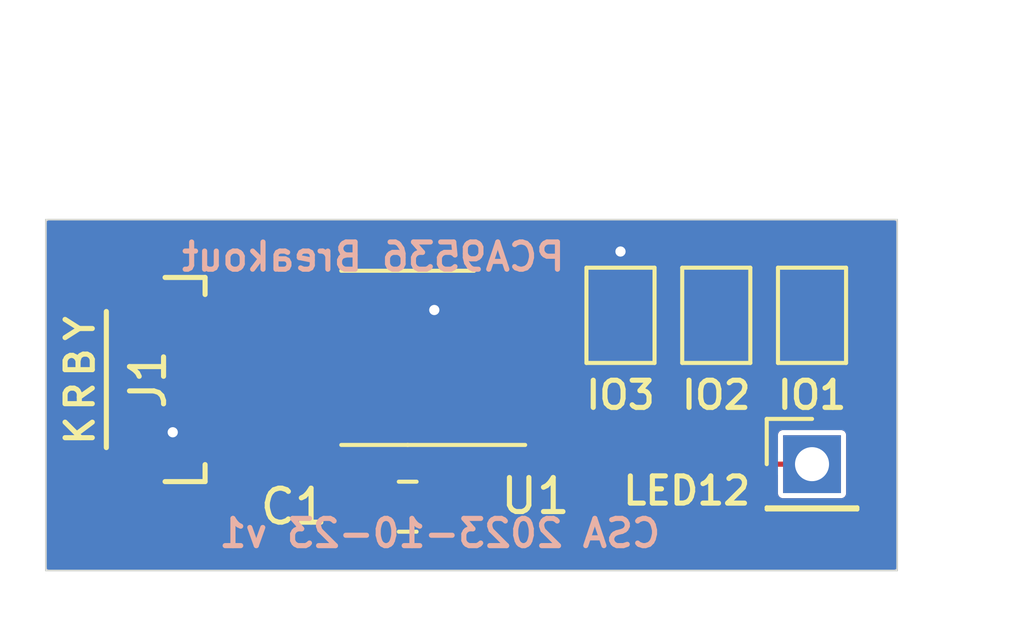
<source format=kicad_pcb>
(kicad_pcb (version 20221018) (generator pcbnew)
  (title_block (rev "1"))
  (layers (0 "F.Cu" signal) (31 "B.Cu" signal) (34 "B.Paste" user) (35 "F.Paste" user) (36 "B.SilkS" user "B.Silkscreen") (37 "F.SilkS" user "F.Silkscreen") (38 "B.Mask" user) (39 "F.Mask" user) (44 "Edge.Cuts" user))
  (net 0 "")
  (net 1 "Net-(JP1-A)")
  (net 2 "Net-(JP2-A)")
  (net 3 "Net-(JP3-A)")
  (net 4 "+3.3V")
  (net 5 "GND1")
  (net 6 "/LED12")
  (net 7 "/TOUCH_SDA")
  (net 8 "/TOUCH_SCL")
  (footprint "Connector_PinHeader_2.54mm:PinHeader_1x01_P2.54mm_Vertical" (layer "F.Cu") (at 133.75 187.1875)
    (fp_text reference "J2" hide)
    (fp_text value "Conn_01x01_Pin")
    (fp_line (start -1.33 -1.33) (end 0 -1.33) (stroke (width 0.12)) (layer "F.SilkS"))
    (fp_line (start -1.33 0) (end -1.33 -1.33) (stroke (width 0.12)) (layer "F.SilkS"))
    (fp_line (start -1.33 1.27) (end -1.33 1.33) (stroke (width 0.12)) (layer "F.SilkS"))
    (fp_line (start -1.33 1.27) (end 1.33 1.27) (stroke (width 0.12)) (layer "F.SilkS"))
    (fp_line (start -1.33 1.33) (end 1.33 1.33) (stroke (width 0.12)) (layer "F.SilkS"))
    (fp_line (start 1.33 1.27) (end 1.33 1.33) (stroke (width 0.12)) (layer "F.SilkS"))
    (pad "1" thru_hole rect (at 0 0) (size 1.7 1.7) (drill 1) (layers "*.Cu" "*.Mask") (net 6 "/LED12"))
  )
  (footprint "Capacitor_SMD:C_0805_2012Metric_Pad1.18x1.45mm_HandSolder" (layer "F.Cu") (at 121.875 188.4375)
    (fp_text reference "C1" (at -3.3375 0) (layer "F.SilkS"))
    (fp_text value ".1uF")
    (fp_line (start -0.261252 -0.735) (end 0.261252 -0.735) (stroke (width 0.12)) (layer "F.SilkS"))
    (fp_line (start -0.261252 0.735) (end 0.261252 0.735) (stroke (width 0.12)) (layer "F.SilkS"))
    (pad "1" smd roundrect (at -1.0375 0) (size 1.175 1.45) (layers "F.Cu" "F.Paste" "F.Mask") (roundrect_rratio 0.2127659574) (net 4 "+3.3V"))
    (pad "2" smd roundrect (at 1.0375 0) (size 1.175 1.45) (layers "F.Cu" "F.Paste" "F.Mask") (roundrect_rratio 0.2127659574) (net 5 "GND1"))
  )
  (footprint "Package_SO:SOIC-8_3.9x4.9mm_P1.27mm" (layer "F.Cu") (at 121.875 184.0625 180)
    (fp_text reference "U1" (at -3.75 -4.0625) (layer "F.SilkS"))
    (fp_text value "PCA9536D")
    (fp_line (start 0 -2.56) (end -3.45 -2.56) (stroke (width 0.12)) (layer "F.SilkS"))
    (fp_line (start 0 -2.56) (end 1.95 -2.56) (stroke (width 0.12)) (layer "F.SilkS"))
    (fp_line (start 0 2.56) (end -1.95 2.56) (stroke (width 0.12)) (layer "F.SilkS"))
    (fp_line (start 0 2.56) (end 1.95 2.56) (stroke (width 0.12)) (layer "F.SilkS"))
    (pad "1" smd roundrect (at -2.475 -1.905 180) (size 1.95 0.6) (layers "F.Cu" "F.Paste" "F.Mask") (net 6 "/LED12"))
    (pad "2" smd roundrect (at -2.475 -0.635 180) (size 1.95 0.6) (layers "F.Cu" "F.Paste" "F.Mask") (net 1 "Net-(JP1-A)"))
    (pad "3" smd roundrect (at -2.475 0.635 180) (size 1.95 0.6) (layers "F.Cu" "F.Paste" "F.Mask") (net 2 "Net-(JP2-A)"))
    (pad "4" smd roundrect (at -2.475 1.905 180) (size 1.95 0.6) (layers "F.Cu" "F.Paste" "F.Mask") (net 5 "GND1"))
    (pad "5" smd roundrect (at 2.475 1.905 180) (size 1.95 0.6) (layers "F.Cu" "F.Paste" "F.Mask") (net 3 "Net-(JP3-A)"))
    (pad "6" smd roundrect (at 2.475 0.635 180) (size 1.95 0.6) (layers "F.Cu" "F.Paste" "F.Mask") (net 8 "/TOUCH_SCL"))
    (pad "7" smd roundrect (at 2.475 -0.635 180) (size 1.95 0.6) (layers "F.Cu" "F.Paste" "F.Mask") (net 7 "/TOUCH_SDA"))
    (pad "8" smd roundrect (at 2.475 -1.905 180) (size 1.95 0.6) (layers "F.Cu" "F.Paste" "F.Mask") (net 4 "+3.3V"))
  )
  (footprint "Jumper:SolderJumper-2_P1.3mm_Bridged_Pad1.0x1.5mm" (layer "F.Cu") (at 133.75 182.8125 90)
    (fp_text reference "JP1" hide)
    (fp_text value "SolderJumper_2_Bridged")
    (fp_poly (pts (xy -0.25 -0.3) (xy 0.25 -0.3) (xy 0.25 0.3) (xy -0.25 0.3)) (fill solid) (layer "F.Cu"))
    (fp_line (start -1.4 -1) (end 1.4 -1) (stroke (width 0.12)) (layer "F.SilkS"))
    (fp_line (start -1.4 1) (end -1.4 -1) (stroke (width 0.12)) (layer "F.SilkS"))
    (fp_line (start 1.4 -1) (end 1.4 1) (stroke (width 0.12)) (layer "F.SilkS"))
    (fp_line (start 1.4 1) (end -1.4 1) (stroke (width 0.12)) (layer "F.SilkS"))
    (pad "1" smd rect (at -0.65 0 90) (size 1 1.5) (layers "F.Cu" "F.Mask") (net 1 "Net-(JP1-A)"))
    (pad "2" smd rect (at 0.65 0 90) (size 1 1.5) (layers "F.Cu" "F.Mask") (net 5 "GND1"))
  )
  (footprint "Jumper:SolderJumper-2_P1.3mm_Bridged_Pad1.0x1.5mm" (layer "F.Cu") (at 130.9375 182.8125 90)
    (fp_text reference "JP2" hide)
    (fp_text value "SolderJumper_2_Bridged")
    (fp_poly (pts (xy -0.25 -0.3) (xy 0.25 -0.3) (xy 0.25 0.3) (xy -0.25 0.3)) (fill solid) (layer "F.Cu"))
    (fp_line (start -1.4 -1) (end 1.4 -1) (stroke (width 0.12)) (layer "F.SilkS"))
    (fp_line (start -1.4 1) (end -1.4 -1) (stroke (width 0.12)) (layer "F.SilkS"))
    (fp_line (start 1.4 -1) (end 1.4 1) (stroke (width 0.12)) (layer "F.SilkS"))
    (fp_line (start 1.4 1) (end -1.4 1) (stroke (width 0.12)) (layer "F.SilkS"))
    (pad "1" smd rect (at -0.65 0 90) (size 1 1.5) (layers "F.Cu" "F.Mask") (net 2 "Net-(JP2-A)"))
    (pad "2" smd rect (at 0.65 0 90) (size 1 1.5) (layers "F.Cu" "F.Mask") (net 5 "GND1"))
  )
  (footprint "Jumper:SolderJumper-2_P1.3mm_Bridged_Pad1.0x1.5mm" (layer "F.Cu") (at 128.125 182.8125 90)
    (fp_text reference "JP3" hide)
    (fp_text value "SolderJumper_2_Bridged")
    (fp_poly (pts (xy -0.25 -0.3) (xy 0.25 -0.3) (xy 0.25 0.3) (xy -0.25 0.3)) (fill solid) (layer "F.Cu"))
    (fp_line (start -1.4 -1) (end 1.4 -1) (stroke (width 0.12)) (layer "F.SilkS"))
    (fp_line (start -1.4 1) (end -1.4 -1) (stroke (width 0.12)) (layer "F.SilkS"))
    (fp_line (start 1.4 -1) (end 1.4 1) (stroke (width 0.12)) (layer "F.SilkS"))
    (fp_line (start 1.4 1) (end -1.4 1) (stroke (width 0.12)) (layer "F.SilkS"))
    (pad "1" smd rect (at -0.65 0 90) (size 1 1.5) (layers "F.Cu" "F.Mask") (net 3 "Net-(JP3-A)"))
    (pad "2" smd rect (at 0.65 0 90) (size 1 1.5) (layers "F.Cu" "F.Mask") (net 5 "GND1"))
  )
  (footprint "Transflective:JST-SH-4-VERT-SMD" (layer "F.Cu") (at 116.25 184.7 -90)
    (fp_text reference "J1" (at 0 2 90) (layer "F.SilkS"))
    (fp_text value "TOUCH QWIIC")
    (fp_text user "R" (at 0.5 4 90) (layer "F.SilkS") (effects (font (size 0.8 0.8))))
    (fp_text user "B" (at -0.5 4 90) (layer "F.SilkS") (effects (font (size 0.8 0.8))))
    (fp_text user "Y" (at -1.5 4 90) (layer "F.SilkS") (effects (font (size 0.8 0.8))))
    (fp_text user "K" (at 1.5 4 90) (layer "F.SilkS") (effects (font (size 0.8 0.8))))
    (fp_line (start -3 1.5) (end -3 0.325) (stroke (width 0.15)) (layer "F.SilkS"))
    (fp_line (start -2.5 0.325) (end -3 0.325) (stroke (width 0.15)) (layer "F.SilkS"))
    (fp_line (start -2 3.225) (end 2 3.225) (stroke (width 0.15)) (layer "F.SilkS"))
    (fp_line (start 2.5 0.325) (end 3 0.325) (stroke (width 0.15)) (layer "F.SilkS"))
    (fp_line (start 3 1.5) (end 3 0.325) (stroke (width 0.15)) (layer "F.SilkS"))
    (pad "1" smd rect (at 1.5 0 270) (size 0.6 1.55) (layers "F.Cu" "F.Paste" "F.Mask") (net 5 "GND1"))
    (pad "2" smd rect (at 0.5 0 270) (size 0.6 1.55) (layers "F.Cu" "F.Paste" "F.Mask") (net 4 "+3.3V"))
    (pad "3" smd rect (at -0.5 0 270) (size 0.6 1.55) (layers "F.Cu" "F.Paste" "F.Mask") (net 7 "/TOUCH_SDA"))
    (pad "4" smd rect (at -1.5 0 270) (size 0.6 1.55) (layers "F.Cu" "F.Paste" "F.Mask") (net 8 "/TOUCH_SCL"))
    (pad "M" smd rect (at -2.8 2.525 270) (size 1.2 1.8) (layers "F.Cu" "F.Paste" "F.Mask"))
    (pad "M" smd rect (at 2.8 2.525 270) (size 1.2 1.8) (layers "F.Cu" "F.Paste" "F.Mask"))
  )
  (gr_line (start 136.25 180) (end 111.25 180) (stroke (width 0.05)) (layer "Edge.Cuts"))
  (gr_line (start 111.25 190.3125) (end 136.25 190.3125) (stroke (width 0.05)) (layer "Edge.Cuts"))
  (gr_line (start 136.25 190.3125) (end 136.25 180) (stroke (width 0.05)) (layer "Edge.Cuts"))
  (gr_line (start 111.25 180) (end 111.25 190.3125) (stroke (width 0.05)) (layer "Edge.Cuts"))
  (gr_text "PCA9536 Breakout" (at 126.5625 181.5625) (layer "B.SilkS") (effects (font (size 0.8 0.8) (thickness 0.15) bold) (justify left bottom mirror)))
  (gr_text "CSA 2023-10-23 v1" (at 129.375 189.6875) (layer "B.SilkS") (effects (font (size 0.8 0.8) (thickness 0.15) bold) (justify left bottom mirror)))
  (gr_text "IO3" (at 128.125 185.625) (layer "F.SilkS") (effects (font (size 0.8 0.8) (thickness 0.15) bold) (justify bottom)))
  (gr_text "LED12" (at 128.125 188.4375) (layer "F.SilkS") (effects (font (size 0.8 0.8) (thickness 0.15) bold) (justify left bottom)))
  (gr_text "IO2" (at 130.9375 185.625) (layer "F.SilkS") (effects (font (size 0.8 0.8) (thickness 0.15) bold) (justify bottom)))
  (gr_text "IO1" (at 133.75 185.625) (layer "F.SilkS") (effects (font (size 0.8 0.8) (thickness 0.15) bold) (justify bottom)))
  (segment (start 127.215349 185.625) (end 131.5875 185.625) (width 0.15) (layer "F.Cu") (net 1))
  (segment (start 124.35 184.6975) (end 126.287849 184.6975) (width 0.15) (layer "F.Cu") (net 1))
  (segment (start 126.287849 184.6975) (end 127.215349 185.625) (width 0.15) (layer "F.Cu") (net 1))
  (segment (start 131.5875 185.625) (end 133.75 183.4625) (width 0.15) (layer "F.Cu") (net 1))
  (segment (start 125.9 183.75) (end 125.9375 183.75) (width 0.15) (layer "F.Cu") (net 2))
  (segment (start 125.9375 183.75) (end 127.1875 185) (width 0.15) (layer "F.Cu") (net 2))
  (segment (start 127.1875 185) (end 129.4 185) (width 0.15) (layer "F.Cu") (net 2))
  (segment (start 124.35 183.4275) (end 125.5775 183.4275) (width 0.15) (layer "F.Cu") (net 2))
  (segment (start 125.5775 183.4275) (end 125.9 183.75) (width 0.15) (layer "F.Cu") (net 2))
  (segment (start 129.4 185) (end 130.9375 183.4625) (width 0.15) (layer "F.Cu") (net 2))
  (segment (start 125.9375 182.5) (end 125.9375 180.9375) (width 0.15) (layer "F.Cu") (net 3))
  (segment (start 128.125 183.4625) (end 126.9 183.4625) (width 0.15) (layer "F.Cu") (net 3))
  (segment (start 120.9325 180.625) (end 119.4 182.1575) (width 0.15) (layer "F.Cu") (net 3))
  (segment (start 126.9 183.4625) (end 125.9375 182.5) (width 0.15) (layer "F.Cu") (net 3))
  (segment (start 125.625 180.625) (end 120.9325 180.625) (width 0.15) (layer "F.Cu") (net 3))
  (segment (start 125.9375 180.9375) (end 125.625 180.625) (width 0.15) (layer "F.Cu") (net 3))
  (segment (start 117.025 185.2) (end 117.7925 185.9675) (width 0.15) (layer "F.Cu") (net 4))
  (segment (start 117.7925 185.9675) (end 119.4 185.9675) (width 0.15) (layer "F.Cu") (net 4))
  (segment (start 116.25 185.2) (end 117.025 185.2) (width 0.15) (layer "F.Cu") (net 4))
  (segment (start 120.8375 187.405) (end 120.8375 188.4375) (width 0.15) (layer "F.Cu") (net 4))
  (segment (start 119.4 185.9675) (end 120.8375 187.405) (width 0.15) (layer "F.Cu") (net 4))
  (segment (start 124.35 182.1575) (end 123.155 182.1575) (width 0.15) (layer "F.Cu") (net 5))
  (segment (start 122.1875 185.9375) (end 122.9125 186.6625) (width 0.15) (layer "F.Cu") (net 5))
  (segment (start 116.25 186.2) (end 115.025 186.2) (width 0.15) (layer "F.Cu") (net 5))
  (segment (start 122.9125 186.6625) (end 122.9125 188.4375) (width 0.15) (layer "F.Cu") (net 5))
  (segment (start 123.155 182.1575) (end 122.65625 182.65625) (width 0.15) (layer "F.Cu") (net 5))
  (segment (start 122.1875 183.125) (end 122.1875 185.9375) (width 0.15) (layer "F.Cu") (net 5))
  (segment (start 130.9375 182.1625) (end 128.125 182.1625) (width 0.15) (layer "F.Cu") (net 5))
  (segment (start 122.65625 182.65625) (end 122.1875 183.125) (width 0.15) (layer "F.Cu") (net 5))
  (segment (start 115.025 186.2) (end 114.975 186.25) (width 0.15) (layer "F.Cu") (net 5))
  (segment (start 133.75 182.1625) (end 130.9375 182.1625) (width 0.15) (layer "F.Cu") (net 5))
  (segment (start 128.125 182.1625) (end 128.125 180.9375) (width 0.15) (layer "F.Cu") (net 5))
  (via (at 122.65625 182.65625) (size 0.7) (drill 0.3) (layers "F.Cu" "B.Cu") (net 5))
  (via (at 114.975 186.25) (size 0.7) (drill 0.3) (layers "F.Cu" "B.Cu") (net 5))
  (via (at 128.125 180.9375) (size 0.7) (drill 0.3) (layers "F.Cu" "B.Cu") (net 5))
  (segment (start 122.65625 182.65625) (end 119.0625 186.25) (width 0.15) (layer "B.Cu") (net 5))
  (segment (start 119.0625 186.25) (end 114.975 186.25) (width 0.15) (layer "B.Cu") (net 5))
  (segment (start 124.375 180.9375) (end 122.65625 182.65625) (width 0.15) (layer "B.Cu") (net 5))
  (segment (start 128.125 180.9375) (end 124.375 180.9375) (width 0.15) (layer "B.Cu") (net 5))
  (segment (start 127.15 187.1875) (end 133.75 187.1875) (width 0.15) (layer "F.Cu") (net 6))
  (segment (start 125.9 185.9375) (end 127.15 187.1875) (width 0.15) (layer "F.Cu") (net 6))
  (segment (start 125.87 185.9675) (end 125.9 185.9375) (width 0.15) (layer "F.Cu") (net 6))
  (segment (start 124.35 185.9675) (end 125.87 185.9675) (width 0.15) (layer "F.Cu") (net 6))
  (segment (start 117.8225 184.6975) (end 119.4 184.6975) (width 0.15) (layer "F.Cu") (net 7))
  (segment (start 116.25 184.2) (end 117.325 184.2) (width 0.15) (layer "F.Cu") (net 7))
  (segment (start 117.325 184.2) (end 117.8225 184.6975) (width 0.15) (layer "F.Cu") (net 7))
  (segment (start 117.8125 183.4375) (end 117.8225 183.4275) (width 0.15) (layer "F.Cu") (net 8))
  (segment (start 116.25 183.2) (end 117.575 183.2) (width 0.15) (layer "F.Cu") (net 8))
  (segment (start 117.575 183.2) (end 117.8125 183.4375) (width 0.15) (layer "F.Cu") (net 8))
  (segment (start 117.8225 183.4275) (end 119.4 183.4275) (width 0.15) (layer "F.Cu") (net 8))
  (zone (net 4) (net_name "+3.3V") (layer "F.Cu") (connect_pads thru_hole_only (clearance 0)) (min_thickness 0.25) (fill yes (thermal_gap 0.5) (thermal_bridge_width 0.5))
    (polygon (pts (xy 136.25 190.3125) (xy 136.25 180) (xy 111.25 180) (xy 111.25 190.3125)))
  )
  (zone (net 5) (net_name "GND1") (layer "B.Cu") (connect_pads thru_hole_only (clearance 0)) (min_thickness 0.25) (fill yes (thermal_gap 0.5) (thermal_bridge_width 0.5))
    (polygon (pts (xy 136.25 190.3125) (xy 136.25 180) (xy 111.25 180) (xy 111.25 190.3125)))
  )
)
</source>
